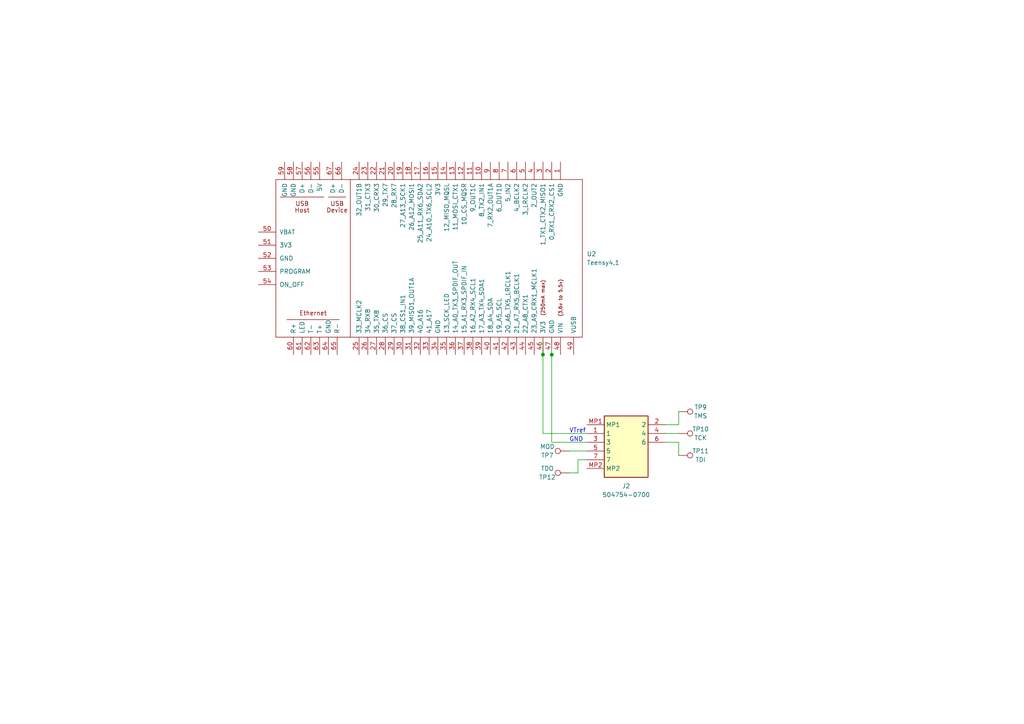
<source format=kicad_sch>
(kicad_sch (version 20230121) (generator eeschema)
  (paper "A4")
  (lib_symbols
    (symbol "504754-0700:504754-0700"
      (property "Reference" "J" (at 19.05 7.62 0))
      (property "Value" "504754-0700" (at 19.05 5.08 0))
      (symbol "504754-0700_1_1"
        (rectangle (start 5.08 2.54) (end 17.78 -15.24) (stroke (width 0.254)) (fill (type background)))
        (pin passive line (at 0 -2.54 0) (length 5.08) (name "1") (number "1"))
        (pin passive line (at 22.86 0 180) (length 5.08) (name "2") (number "2"))
        (pin passive line (at 0 -5.08 0) (length 5.08) (name "3") (number "3"))
        (pin passive line (at 22.86 -2.54 180) (length 5.08) (name "4") (number "4"))
        (pin passive line (at 0 -7.62 0) (length 5.08) (name "5") (number "5"))
        (pin passive line (at 22.86 -5.08 180) (length 5.08) (name "6") (number "6"))
        (pin passive line (at 0 -10.16 0) (length 5.08) (name "7") (number "7"))
        (pin passive line (at 0 0 0) (length 5.08) (name "MP1") (number "MP1"))
        (pin passive line (at 0 -12.7 0) (length 5.08) (name "MP2") (number "MP2"))
      )
    )
    (symbol "Connector:TestPoint" (pin_numbers hide) (pin_names (offset 0.762) hide)
      (property "Reference" "TP" (at 0 6.858 0))
      (property "Value" "TestPoint" (at 0 5.08 0))
      (symbol "TestPoint_0_1"
        (circle (center 0 3.302) (radius 0.762))
      )
      (symbol "TestPoint_1_1"
        (pin passive line (at 0 0 90) (length 2.54) (name "1") (number "1"))
      )
    )
    (symbol "teensy:Teensy4.1" (pin_names (offset 1.016))
      (property "Reference" "U" (at 0 64.77 0))
      (property "Value" "Teensy4.1" (at 0 62.23 0))
      (symbol "Teensy4.1_0_0"
        (polyline (pts (xy -22.86 -6.35) (xy 22.86 -6.35)))
        (polyline (pts (xy -17.78 -26.67) (xy -17.78 -13.97)))
        (polyline (pts (xy -17.78 -7.62) (xy -17.78 -12.7)))
        (polyline (pts (xy 17.78 -9.525) (xy 17.78 -24.765)))
        (text "(250mA max)" (at 11.43 49.53 0) (effects (font (size 1.016 1.016))))
        (text "(3.6v to 5.5v)" (at 11.43 54.61 0) (effects (font (size 1.016 1.016))))
        (text "Device" (at -13.97 -10.16 900) (effects (font (size 1.27 1.27))))
        (text "Ethernet" (at 15.875 -17.145 900) (effects (font (size 1.27 1.27))))
        (text "Host" (at -13.97 -20.32 900) (effects (font (size 1.27 1.27))))
        (text "USB" (at -15.875 -20.32 900) (effects (font (size 1.27 1.27))))
        (text "USB" (at -15.875 -10.16 900) (effects (font (size 1.27 1.27))))
        (pin bidirectional line (at -27.94 31.75 0) (length 5.08) (name "8_TX2_IN1") (number "10"))
        (pin bidirectional line (at -27.94 29.21 0) (length 5.08) (name "9_OUT1C") (number "11"))
        (pin bidirectional line (at -27.94 26.67 0) (length 5.08) (name "10_CS_MQSR") (number "12"))
        (pin bidirectional line (at -27.94 24.13 0) (length 5.08) (name "11_MOSI_CTX1") (number "13"))
        (pin bidirectional line (at -27.94 21.59 0) (length 5.08) (name "12_MISO_MQSL") (number "14"))
        (pin power_in line (at -27.94 19.05 0) (length 5.08) (name "3V3") (number "15"))
        (pin bidirectional line (at -27.94 16.51 0) (length 5.08) (name "24_A10_TX6_SCL2") (number "16"))
        (pin bidirectional line (at -27.94 13.97 0) (length 5.08) (name "25_A11_RX6_SDA2") (number "17"))
        (pin bidirectional line (at -27.94 11.43 0) (length 5.08) (name "26_A12_MOSI1") (number "18"))
        (pin bidirectional line (at -27.94 8.89 0) (length 5.08) (name "27_A13_SCK1") (number "19"))
        (pin bidirectional line (at -27.94 6.35 0) (length 5.08) (name "28_RX7") (number "20"))
        (pin bidirectional line (at -27.94 3.81 0) (length 5.08) (name "29_TX7") (number "21"))
        (pin bidirectional line (at -27.94 1.27 0) (length 5.08) (name "30_CRX3") (number "22"))
        (pin bidirectional line (at -27.94 -1.27 0) (length 5.08) (name "31_CTX3") (number "23"))
        (pin bidirectional line (at -27.94 -3.81 0) (length 5.08) (name "32_OUT1B") (number "24"))
        (pin bidirectional line (at 27.94 -3.81 180) (length 5.08) (name "33_MCLK2") (number "25"))
        (pin bidirectional line (at 27.94 -1.27 180) (length 5.08) (name "34_RX8") (number "26"))
        (pin bidirectional line (at 27.94 1.27 180) (length 5.08) (name "35_TX8") (number "27"))
        (pin bidirectional line (at 27.94 3.81 180) (length 5.08) (name "36_CS") (number "28"))
        (pin bidirectional line (at 27.94 6.35 180) (length 5.08) (name "37_CS") (number "29"))
        (pin bidirectional line (at 27.94 8.89 180) (length 5.08) (name "38_CS1_IN1") (number "30"))
        (pin bidirectional line (at 27.94 11.43 180) (length 5.08) (name "39_MISO1_OUT1A") (number "31"))
        (pin bidirectional line (at 27.94 13.97 180) (length 5.08) (name "40_A16") (number "32"))
        (pin bidirectional line (at 27.94 16.51 180) (length 5.08) (name "41_A17") (number "33"))
        (pin bidirectional line (at 27.94 21.59 180) (length 5.08) (name "13_SCK_LED") (number "35"))
        (pin bidirectional line (at 27.94 24.13 180) (length 5.08) (name "14_A0_TX3_SPDIF_OUT") (number "36"))
        (pin bidirectional line (at 27.94 26.67 180) (length 5.08) (name "15_A1_RX3_SPDIF_IN") (number "37"))
        (pin bidirectional line (at 27.94 29.21 180) (length 5.08) (name "16_A2_RX4_SCL1") (number "38"))
        (pin bidirectional line (at 27.94 31.75 180) (length 5.08) (name "17_A3_TX4_SDA1") (number "39"))
        (pin bidirectional line (at 27.94 34.29 180) (length 5.08) (name "18_A4_SDA") (number "40"))
        (pin bidirectional line (at 27.94 36.83 180) (length 5.08) (name "19_A5_SCL") (number "41"))
        (pin bidirectional line (at 27.94 39.37 180) (length 5.08) (name "20_A6_TX5_LRCLK1") (number "42"))
        (pin bidirectional line (at 27.94 41.91 180) (length 5.08) (name "21_A7_RX5_BCLK1") (number "43"))
        (pin bidirectional line (at 27.94 44.45 180) (length 5.08) (name "22_A8_CTX1") (number "44"))
        (pin bidirectional line (at 27.94 46.99 180) (length 5.08) (name "23_A9_CRX1_MCLK1") (number "45"))
        (pin output line (at 27.94 49.53 180) (length 5.08) (name "3V3") (number "46"))
        (pin output line (at 27.94 52.07 180) (length 5.08) (name "GND") (number "47"))
        (pin power_in line (at 27.94 54.61 180) (length 5.08) (name "VIN") (number "48"))
        (pin power_out line (at 27.94 58.42 180) (length 5.08) (name "VUSB") (number "49"))
        (pin bidirectional line (at -27.94 44.45 0) (length 5.08) (name "3_LRCLK2") (number "5"))
        (pin power_in line (at -7.62 -33.02 90) (length 5.08) (name "VBAT") (number "50"))
        (pin power_in line (at -3.81 -33.02 90) (length 5.08) (name "3V3") (number "51"))
        (pin input line (at 0 -33.02 90) (length 5.08) (name "GND") (number "52"))
        (pin input line (at 3.81 -33.02 90) (length 5.08) (name "PROGRAM") (number "53"))
        (pin input line (at 7.62 -33.02 90) (length 5.08) (name "ON_OFF") (number "54"))
        (pin power_out line (at -27.94 -15.24 0) (length 5.08) (name "5V") (number "55"))
        (pin bidirectional line (at -27.94 -17.78 0) (length 5.08) (name "D-") (number "56"))
        (pin bidirectional line (at -27.94 -20.32 0) (length 5.08) (name "D+") (number "57"))
        (pin power_in line (at -27.94 -22.86 0) (length 5.08) (name "GND") (number "58"))
        (pin power_in line (at -27.94 -25.4 0) (length 5.08) (name "GND") (number "59"))
        (pin bidirectional line (at -27.94 41.91 0) (length 5.08) (name "4_BCLK2") (number "6"))
        (pin bidirectional line (at 27.94 -22.86 180) (length 5.08) (name "R+") (number "60"))
        (pin bidirectional line (at 27.94 -20.32 180) (length 5.08) (name "LED") (number "61"))
        (pin bidirectional line (at 27.94 -17.78 180) (length 5.08) (name "T-") (number "62"))
        (pin bidirectional line (at 27.94 -15.24 180) (length 5.08) (name "T+") (number "63"))
        (pin power_in line (at 27.94 -12.7 180) (length 5.08) (name "GND") (number "64"))
        (pin bidirectional line (at 27.94 -10.16 180) (length 5.08) (name "R-") (number "65"))
        (pin bidirectional line (at -27.94 -8.89 0) (length 5.08) (name "D-") (number "66"))
        (pin bidirectional line (at -27.94 -11.43 0) (length 5.08) (name "D+") (number "67"))
        (pin bidirectional line (at -27.94 39.37 0) (length 5.08) (name "5_IN2") (number "7"))
        (pin bidirectional line (at -27.94 36.83 0) (length 5.08) (name "6_OUT1D") (number "8"))
        (pin bidirectional line (at -27.94 34.29 0) (length 5.08) (name "7_RX2_OUT1A") (number "9"))
      )
      (symbol "Teensy4.1_0_1"
        (rectangle (start -22.86 60.96) (end 22.86 -27.94))
        (rectangle (start -20.32 -1.27) (end -20.32 -1.27))
      )
      (symbol "Teensy4.1_1_1"
        (pin power_in line (at -27.94 54.61 0) (length 5.08) (name "GND") (number "1"))
        (pin bidirectional line (at -27.94 52.07 0) (length 5.08) (name "0_RX1_CRX2_CS1") (number "2"))
        (pin bidirectional line (at -27.94 49.53 0) (length 5.08) (name "1_TX1_CTX2_MISO1") (number "3"))
        (pin power_in line (at 27.94 19.05 180) (length 5.08) (name "GND") (number "34"))
        (pin bidirectional line (at -27.94 46.99 0) (length 5.08) (name "2_OUT2") (number "4"))
      )
    )
  )
  (junction (at 160.02 102.87))
  (junction (at 157.48 102.87))
  (wire (pts (xy 170.18 128.27) (xy 160.02 128.27)))
  (wire (pts (xy 157.48 125.73) (xy 157.48 102.87)))
  (wire (pts (xy 160.02 100.33) (xy 160.02 102.87)))
  (wire (pts (xy 193.04 123.19) (xy 196.85 123.19)))
  (wire (pts (xy 165.1 130.81) (xy 170.18 130.81)))
  (wire (pts (xy 196.85 123.19) (xy 196.85 119.38)))
  (wire (pts (xy 167.64 137.16) (xy 167.64 133.35)))
  (wire (pts (xy 196.85 128.27) (xy 196.85 132.08)))
  (wire (pts (xy 160.02 128.27) (xy 160.02 102.87)))
  (wire (pts (xy 165.1 137.16) (xy 167.64 137.16)))
  (wire (pts (xy 157.48 99.06) (xy 157.48 102.87)))
  (wire (pts (xy 193.04 125.73) (xy 196.85 125.73)))
  (wire (pts (xy 193.04 128.27) (xy 196.85 128.27)))
  (wire (pts (xy 170.18 125.73) (xy 157.48 125.73)))
  (wire (pts (xy 167.64 133.35) (xy 170.18 133.35)))
  (text "GND" (at 165.1 128.27 0) (effects (font (size 1.27 1.27)) (justify left bottom)))
  (text "VTref" (at 165.1 125.73 0) (effects (font (size 1.27 1.27)) (justify left bottom)))
  (symbol (lib_id "Connector:TestPoint") (at 196.85 119.38 270) (mirror x) (unit 1)
    (property "Reference" "TP9" (at 203.2 118.11 90))
    (property "Value" "TMS" (at 203.2 120.65 90))
    (property "Footprint" "Via No Mask:Via 0.508 0.254 mm" (effects hide))
  )
  (symbol (lib_id "Connector:TestPoint") (at 165.1 130.81 90) (mirror x) (unit 1)
    (property "Reference" "TP7" (at 158.75 132.08 90))
    (property "Value" "MOD" (at 158.75 129.54 90))
    (property "Footprint" "Via No Mask:Via 0.508 0.254 mm" (effects hide))
  )
  (symbol (lib_id "Connector:TestPoint") (at 196.85 132.08 270) (mirror x) (unit 1)
    (property "Reference" "TP11" (at 203.2 130.81 90))
    (property "Value" "TDI" (at 203.2 133.35 90))
    (property "Footprint" "Via No Mask:Via 0.508 0.254 mm" (effects hide))
  )
  (symbol (lib_id "Connector:TestPoint") (at 196.85 125.73 270) (mirror x) (unit 1)
    (property "Reference" "TP10" (at 203.2 124.46 90))
    (property "Value" "TCK" (at 203.2 127 90))
    (property "Footprint" "Via No Mask:Via 0.508 0.254 mm" (effects hide))
  )
  (symbol (lib_id "Connector:TestPoint") (at 165.1 137.16 90) (mirror x) (unit 1)
    (property "Reference" "TP12" (at 158.75 138.43 90))
    (property "Value" "TDO" (at 158.75 135.89 90))
    (property "Footprint" "Via No Mask:Via 0.508 0.254 mm" (effects hide))
  )
  (symbol (lib_id "504754-0700:504754-0700") (at 170.18 123.19 0) (unit 1)
    (property "Reference" "J2" (at 181.61 140.97 0))
    (property "Value" "504754-0700" (at 181.61 143.51 0))
    (property "Footprint" "5047540700" (effects hide))
    (property "Datasheet" "https://www.molex.com/pdm_docs/sd/5047540700_sd.pdf" (effects hide))
    (property "Height" "0.8" (effects hide))
    (property "Mouser Part Number" "538-504754-0700" (effects hide))
    (property "Mouser Price/Stock" "https://www.mouser.co.uk/ProductDetail/Molex/504754-0700?qs=eKig3M7YXu8q6psVD0vyjg%3D%3D" (effects hide))
    (property "Manufacturer_Name" "Molex" (effects hide))
    (property "Manufacturer_Part_Number" "504754-0700" (effects hide))
  )
  (symbol (lib_id "teensy:Teensy4.1") (at 107.95 74.93 270) (unit 1)
    (property "Reference" "U2" (at 170.18 73.66 90) (effects (justify left)))
    (property "Value" "Teensy4.1" (at 170.18 76.2 90) (effects (justify left)))
    (property "Footprint" "teensy:Teensy41" (effects hide))
  )
)
</source>
